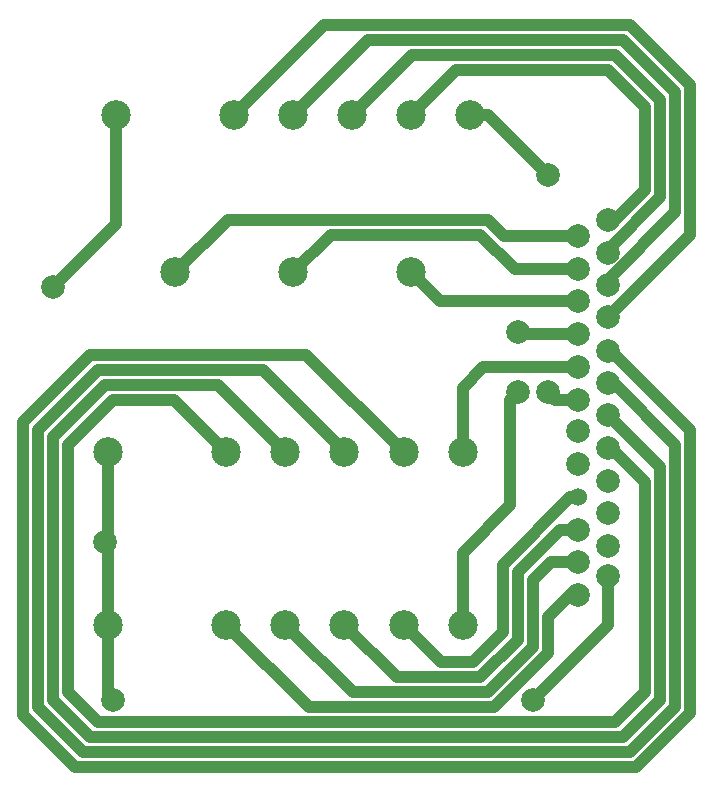
<source format=gtl>
G04 (created by PCBNEW (2013-jul-07)-stable) date Mon 30 Nov 2015 14:48:13 GMT*
%MOIN*%
G04 Gerber Fmt 3.4, Leading zero omitted, Abs format*
%FSLAX34Y34*%
G01*
G70*
G90*
G04 APERTURE LIST*
%ADD10C,0.00590551*%
%ADD11C,0.0984252*%
%ADD12C,0.0787402*%
%ADD13C,0.06*%
%ADD14C,0.0393701*%
G04 APERTURE END LIST*
G54D10*
G54D11*
X91452Y-52250D03*
X87515Y-52250D03*
X83578Y-52250D03*
X93155Y-64000D03*
X91187Y-64000D03*
X89218Y-64000D03*
X87250Y-64000D03*
X85281Y-64000D03*
X81344Y-64000D03*
X93155Y-58250D03*
X91187Y-58250D03*
X89218Y-58250D03*
X87250Y-58250D03*
X85281Y-58250D03*
X81344Y-58250D03*
X93405Y-47000D03*
X91437Y-47000D03*
X89468Y-47000D03*
X87500Y-47000D03*
X85531Y-47000D03*
X81594Y-47000D03*
G54D12*
X97000Y-63000D03*
X97000Y-61900D03*
X97000Y-60850D03*
G54D13*
X97000Y-59750D03*
G54D12*
X97000Y-58650D03*
X97000Y-57550D03*
X97000Y-56500D03*
X97000Y-55400D03*
X97000Y-54300D03*
X97000Y-53200D03*
X97000Y-52150D03*
X97000Y-51050D03*
X98000Y-62380D03*
X98000Y-61380D03*
X98000Y-60280D03*
X98000Y-59200D03*
X98000Y-58120D03*
X98000Y-57020D03*
X98000Y-55940D03*
X98000Y-54860D03*
X98000Y-53740D03*
X98000Y-52680D03*
X98000Y-51600D03*
X98000Y-50500D03*
X79500Y-52750D03*
X81250Y-61250D03*
X81500Y-66500D03*
X95500Y-66500D03*
X95000Y-56250D03*
X95000Y-54250D03*
X96000Y-49000D03*
X96000Y-56250D03*
G54D14*
X81344Y-58250D02*
X81344Y-61155D01*
X81344Y-61155D02*
X81250Y-61250D01*
X81344Y-64000D02*
X81344Y-61344D01*
X81594Y-50655D02*
X81594Y-47000D01*
X79500Y-52750D02*
X81594Y-50655D01*
X81344Y-61344D02*
X81250Y-61250D01*
X98000Y-62380D02*
X98000Y-64000D01*
X81344Y-66344D02*
X81344Y-64000D01*
X81500Y-66500D02*
X81344Y-66344D01*
X98000Y-64000D02*
X95500Y-66500D01*
X97000Y-51050D02*
X94550Y-51050D01*
X85328Y-50500D02*
X83578Y-52250D01*
X94000Y-50500D02*
X85328Y-50500D01*
X94550Y-51050D02*
X94000Y-50500D01*
X97000Y-52150D02*
X94900Y-52150D01*
X88765Y-51000D02*
X87515Y-52250D01*
X93750Y-51000D02*
X88765Y-51000D01*
X94900Y-52150D02*
X93750Y-51000D01*
X97000Y-53200D02*
X92402Y-53200D01*
X92402Y-53200D02*
X91452Y-52250D01*
X97000Y-54300D02*
X95050Y-54300D01*
X93155Y-61594D02*
X93155Y-64000D01*
X94750Y-60000D02*
X93155Y-61594D01*
X94750Y-56500D02*
X94750Y-60000D01*
X95000Y-56250D02*
X94750Y-56500D01*
X95050Y-54300D02*
X95000Y-54250D01*
X97000Y-59750D02*
X96750Y-59750D01*
X92437Y-65250D02*
X91187Y-64000D01*
X93500Y-65250D02*
X92437Y-65250D01*
X94500Y-64250D02*
X93500Y-65250D01*
X94500Y-62000D02*
X94500Y-64250D01*
X96750Y-59750D02*
X94500Y-62000D01*
X97000Y-60850D02*
X96400Y-60850D01*
X90968Y-65750D02*
X89218Y-64000D01*
X93750Y-65750D02*
X90968Y-65750D01*
X95000Y-64500D02*
X93750Y-65750D01*
X95000Y-62250D02*
X95000Y-64500D01*
X96400Y-60850D02*
X95000Y-62250D01*
X97000Y-61900D02*
X96100Y-61900D01*
X89500Y-66250D02*
X87250Y-64000D01*
X94000Y-66250D02*
X89500Y-66250D01*
X95500Y-64750D02*
X94000Y-66250D01*
X95500Y-62500D02*
X95500Y-64750D01*
X96100Y-61900D02*
X95500Y-62500D01*
X97000Y-63000D02*
X96743Y-63000D01*
X88031Y-66750D02*
X85281Y-64000D01*
X94198Y-66750D02*
X88031Y-66750D01*
X96000Y-64948D02*
X94198Y-66750D01*
X96000Y-63743D02*
X96000Y-64948D01*
X96743Y-63000D02*
X96000Y-63743D01*
X97000Y-55400D02*
X93850Y-55400D01*
X93155Y-56094D02*
X93155Y-58250D01*
X93850Y-55400D02*
X93155Y-56094D01*
X100750Y-66750D02*
X100750Y-66948D01*
X98110Y-54860D02*
X100750Y-57500D01*
X100750Y-57500D02*
X100750Y-66750D01*
X98000Y-54860D02*
X98110Y-54860D01*
X87937Y-55000D02*
X91187Y-58250D01*
X80750Y-55000D02*
X87937Y-55000D01*
X78500Y-57250D02*
X80750Y-55000D01*
X78500Y-67000D02*
X78500Y-57250D01*
X80250Y-68750D02*
X78500Y-67000D01*
X98948Y-68750D02*
X80250Y-68750D01*
X100750Y-66948D02*
X98948Y-68750D01*
X98000Y-55940D02*
X98190Y-55940D01*
X89218Y-58218D02*
X89218Y-58250D01*
X86500Y-55500D02*
X89218Y-58218D01*
X85250Y-55500D02*
X86500Y-55500D01*
X81000Y-55500D02*
X85250Y-55500D01*
X79000Y-57500D02*
X81000Y-55500D01*
X79000Y-57750D02*
X79000Y-57500D01*
X79000Y-57756D02*
X79000Y-57750D01*
X79000Y-66750D02*
X79000Y-57756D01*
X80500Y-68250D02*
X79000Y-66750D01*
X98750Y-68250D02*
X80500Y-68250D01*
X100250Y-66750D02*
X98750Y-68250D01*
X100250Y-58000D02*
X100250Y-66750D01*
X98190Y-55940D02*
X100250Y-58000D01*
X86250Y-67750D02*
X80750Y-67750D01*
X99750Y-66500D02*
X98500Y-67750D01*
X98500Y-67750D02*
X86250Y-67750D01*
X98000Y-57020D02*
X98020Y-57020D01*
X99750Y-58750D02*
X99750Y-66000D01*
X98020Y-57020D02*
X99750Y-58750D01*
X99750Y-66000D02*
X99750Y-66500D01*
X85000Y-56000D02*
X87250Y-58250D01*
X83500Y-56000D02*
X85000Y-56000D01*
X81250Y-56000D02*
X83500Y-56000D01*
X79500Y-57750D02*
X81250Y-56000D01*
X79500Y-66500D02*
X79500Y-57750D01*
X80750Y-67750D02*
X79500Y-66500D01*
X80000Y-63750D02*
X80000Y-58000D01*
X98120Y-58120D02*
X99250Y-59250D01*
X99250Y-59250D02*
X99250Y-66250D01*
X99250Y-66250D02*
X98250Y-67250D01*
X98250Y-67250D02*
X81000Y-67250D01*
X81000Y-67250D02*
X80000Y-66250D01*
X80000Y-66250D02*
X80000Y-63750D01*
X98000Y-58120D02*
X98120Y-58120D01*
X83531Y-56500D02*
X85281Y-58250D01*
X81500Y-56500D02*
X83531Y-56500D01*
X80000Y-58000D02*
X81500Y-56500D01*
X97000Y-56500D02*
X96250Y-56500D01*
X94000Y-47000D02*
X93405Y-47000D01*
X96000Y-49000D02*
X94000Y-47000D01*
X96250Y-56500D02*
X96000Y-56250D01*
X98000Y-50500D02*
X98250Y-50500D01*
X92937Y-45500D02*
X91437Y-47000D01*
X98000Y-45500D02*
X92937Y-45500D01*
X99250Y-46750D02*
X98000Y-45500D01*
X99250Y-49500D02*
X99250Y-46750D01*
X98250Y-50500D02*
X99250Y-49500D01*
X98000Y-51600D02*
X98000Y-51500D01*
X91468Y-45000D02*
X89468Y-47000D01*
X98250Y-45000D02*
X91468Y-45000D01*
X99743Y-46493D02*
X98250Y-45000D01*
X99743Y-49756D02*
X99743Y-46493D01*
X98000Y-51500D02*
X99743Y-49756D01*
X98000Y-52680D02*
X98000Y-52500D01*
X90000Y-44500D02*
X87500Y-47000D01*
X98500Y-44500D02*
X90000Y-44500D01*
X100250Y-46250D02*
X98500Y-44500D01*
X100250Y-50250D02*
X100250Y-46250D01*
X98000Y-52500D02*
X100250Y-50250D01*
X98000Y-53740D02*
X98010Y-53740D01*
X88531Y-44000D02*
X85531Y-47000D01*
X98750Y-44000D02*
X88531Y-44000D01*
X100750Y-46000D02*
X98750Y-44000D01*
X100750Y-51000D02*
X100750Y-46000D01*
X98010Y-53740D02*
X100750Y-51000D01*
M02*

</source>
